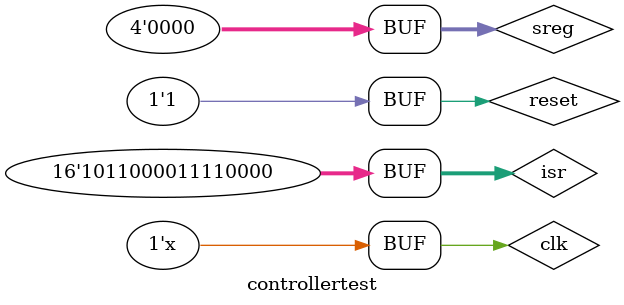
<source format=v>
`timescale 1ns / 1ps


module controllertest;

	// Inputs
	reg clk;
	reg reset;
	reg [15:0] isr;
	reg [3:0] sreg;

	// Outputs
	wire [2:0] funsel;
	wire lsp;
	wire lpc;
	wire lmdr;
	wire lmar;
	wire lisr;
	wire ly;
	wire wrr;
	wire mrw;
	wire [2:0] rsel;
	wire spmar;
	wire pcmar;
	wire mdrz;
	wire mdrm;
	wire tr;
	wire tsp;
	wire tpc;
	wire tmdr;
	wire tisr;

	// Instantiate the Unit Under Test (UUT)
	controller uut (
		.clk(clk), 
		.reset(reset), 
		.isr(isr), 
		.sreg(sreg), 
		.funsel(funsel), 
		.lsp(lsp), 
		.lpc(lpc), 
		.lmdr(lmdr), 
		.lmar(lmar), 
		.lisr(lisr), 
		.ly(ly), 
		.wrr(wrr), 
		.mrw(mrw), 
		.rsel(rsel), 
		.spmar(spmar), 
		.pcmar(pcmar), 
		.mdrz(mdrz), 
		.mdrm(mdrm), 
		.tr(tr), 
		.tsp(tsp), 
		.tpc(tpc), 
		.tmdr(tmdr), 
		.tisr(tisr)
	);
	
	always
	#5 clk = ~clk;

	initial begin
		// Initialize Inputs
		clk = 1;
		reset = 1;
		isr = 0;
		sreg = 0;

		// Wait 100 ns for global reset to finish
		#100;
        
		// Add stimulus here
		
		isr = 16'b1100001000000000;
		reset = 0;
		#200;
		reset = 1;
		#100;
		
		isr = 16'b1101001000000000;
		reset = 0;
		#200;
		reset = 1;
		#100;
		
		isr = 16'b1101101000000000;
		reset = 0;
		#200;
		reset = 1;
		#100;
		
		isr = 16'b0000000011110000;
		reset = 0;
		#200;
		reset = 1;
		#100;
		
		isr = 16'b0111000011110000;
		reset = 0;
		#200;
		reset = 1;
		#100;
		
		isr = 16'b0110000011110000;
		reset = 0;
		#200;
		reset = 1;
		#100;
		
		isr = 16'b1001000011110000;
		reset = 0;
		#200;
		reset = 1;
		#100;
		
		isr = 16'b1010000000000000;
		reset = 0;
		#200;
		reset = 1;
		#100;
		
		isr = 16'b1011000011110000;
		reset = 0;
		#200;
		reset = 1;
		#100;
	
	end
      
endmodule


</source>
